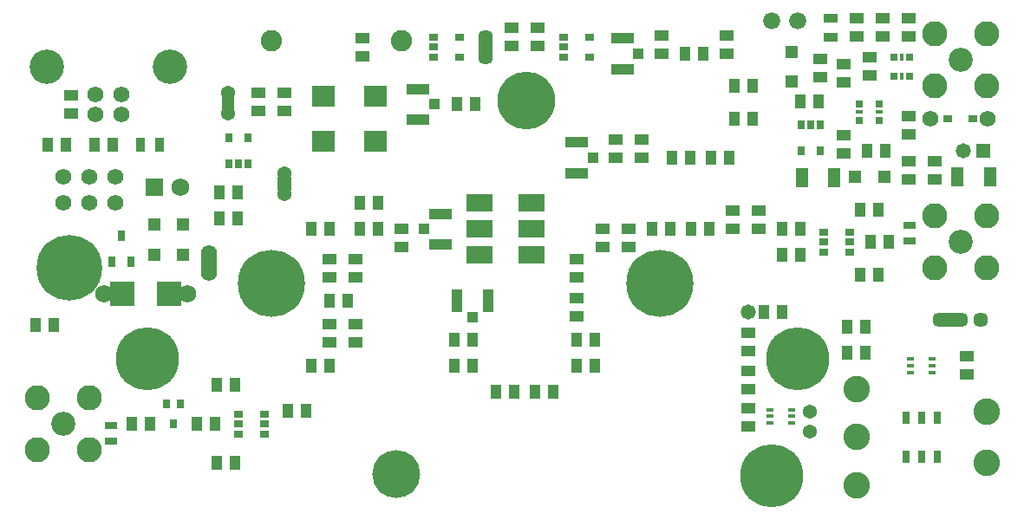
<source format=gts>
G04 (created by PCBNEW (2013-07-07 BZR 4022)-stable) date 3/2/2015 1:41:46 AM*
%MOIN*%
G04 Gerber Fmt 3.4, Leading zero omitted, Abs format*
%FSLAX34Y34*%
G01*
G70*
G90*
G04 APERTURE LIST*
%ADD10C,0.006*%
%ADD11C,0.062*%
%ADD12R,0.03X0.014*%
%ADD13R,0.092X0.092*%
%ADD14C,0.068*%
%ADD15R,0.057X0.042*%
%ADD16C,0.132*%
%ADD17R,0.0414X0.0433*%
%ADD18R,0.0886X0.0433*%
%ADD19R,0.062X0.062*%
%ADD20C,0.057*%
%ADD21R,0.062X0.052*%
%ADD22R,0.028X0.025*%
%ADD23R,0.028X0.018*%
%ADD24R,0.025X0.028*%
%ADD25R,0.018X0.028*%
%ADD26R,0.017748X0.028*%
%ADD27R,0.068X0.068*%
%ADD28R,0.037X0.026*%
%ADD29C,0.054*%
%ADD30R,0.047X0.062*%
%ADD31R,0.0886142X0.0807402*%
%ADD32R,0.052X0.052*%
%ADD33R,0.057X0.057*%
%ADD34R,0.058X0.058*%
%ADD35C,0.058*%
%ADD36R,0.026X0.037*%
%ADD37R,0.0492X0.0729*%
%ADD38C,0.257906*%
%ADD39C,0.222*%
%ADD40C,0.082*%
%ADD41C,0.184*%
%ADD42R,0.026X0.04*%
%ADD43C,0.242*%
%ADD44R,0.027X0.047*%
%ADD45C,0.097*%
%ADD46C,0.092*%
%ADD47R,0.0571X0.0374*%
%ADD48R,0.0571X0.037*%
%ADD49C,0.252*%
%ADD50R,0.0374X0.0571*%
%ADD51R,0.037X0.0571*%
%ADD52R,0.102X0.067*%
%ADD53C,0.066*%
%ADD54C,0.102*%
%ADD55R,0.042X0.057*%
%ADD56R,0.047X0.027*%
%ADD57R,0.0296X0.0374*%
%ADD58R,0.0492X0.0492*%
%ADD59R,0.0335X0.0256*%
%ADD60R,0.0433X0.0414*%
%ADD61R,0.0433X0.0886*%
G04 APERTURE END LIST*
G54D10*
G54D11*
X13750Y-18000D03*
X13750Y-17000D03*
X11750Y-17000D03*
X11750Y-18000D03*
X12750Y-17000D03*
X12750Y-18000D03*
G54D12*
X44336Y-23994D03*
X45164Y-23994D03*
X45164Y-24506D03*
X45164Y-24250D03*
X44336Y-24506D03*
X44336Y-24250D03*
G54D13*
X15825Y-21500D03*
X14025Y-21500D03*
G54D14*
X16525Y-21500D03*
X13325Y-21500D03*
G54D15*
X40850Y-12450D03*
X40850Y-13150D03*
G54D11*
X14000Y-14600D03*
X13000Y-14600D03*
X13000Y-13813D03*
X14000Y-13813D03*
G54D16*
X15862Y-12750D03*
X11138Y-12750D03*
G54D17*
X26020Y-14200D03*
G54D18*
X25400Y-13609D03*
X25400Y-14791D03*
G54D15*
X33000Y-16250D03*
X33000Y-15550D03*
G54D11*
X17350Y-20694D03*
X17350Y-19906D03*
G54D19*
X17350Y-20300D03*
G54D20*
X47037Y-22500D03*
X46250Y-22500D03*
X45463Y-22500D03*
G54D21*
X45850Y-22500D03*
G54D22*
X42375Y-14192D03*
X42375Y-14807D03*
G54D23*
X42375Y-14500D03*
X43124Y-14500D03*
G54D22*
X43124Y-14807D03*
X43124Y-14192D03*
G54D24*
X44307Y-12375D03*
X43692Y-12375D03*
G54D25*
X44000Y-12375D03*
G54D26*
X44000Y-13124D03*
G54D24*
X43692Y-13124D03*
X44307Y-13124D03*
G54D27*
X15250Y-17400D03*
G54D14*
X16250Y-17400D03*
G54D28*
X42000Y-19125D03*
X42000Y-19875D03*
X41000Y-19875D03*
X41000Y-19500D03*
X41000Y-19125D03*
X42000Y-19500D03*
G54D29*
X18100Y-14544D03*
X18100Y-13756D03*
G54D30*
X18100Y-14150D03*
G54D31*
X21750Y-13883D03*
X23750Y-13883D03*
X21750Y-15616D03*
X23750Y-15616D03*
G54D29*
X20250Y-17644D03*
X20250Y-16856D03*
G54D32*
X20250Y-17250D03*
G54D20*
X28000Y-12394D03*
X28000Y-11606D03*
G54D33*
X28000Y-12000D03*
G54D34*
X47144Y-16000D03*
G54D35*
X46356Y-16000D03*
G54D36*
X40875Y-16000D03*
X40125Y-16000D03*
X40125Y-15000D03*
X40500Y-15000D03*
X40875Y-15000D03*
G54D37*
X46120Y-17000D03*
X47380Y-17000D03*
X41405Y-17025D03*
X40145Y-17025D03*
G54D38*
X34710Y-21088D03*
G54D39*
X29564Y-14064D03*
G54D40*
X19750Y-11750D03*
X24750Y-11750D03*
G54D41*
X24564Y-28435D03*
G54D38*
X19750Y-21088D03*
G54D42*
X14375Y-20250D03*
X13625Y-20250D03*
X14000Y-19250D03*
G54D43*
X40000Y-24000D03*
G54D28*
X18500Y-26875D03*
X18500Y-26125D03*
X19500Y-26125D03*
X19500Y-26500D03*
X19500Y-26875D03*
X18500Y-26500D03*
G54D44*
X44750Y-26250D03*
X45350Y-26250D03*
X44150Y-26250D03*
G54D45*
X45250Y-13500D03*
X47250Y-11500D03*
X45250Y-11500D03*
G54D46*
X46250Y-12500D03*
G54D45*
X47250Y-13500D03*
X10750Y-27500D03*
X12750Y-27500D03*
X12750Y-25500D03*
G54D46*
X11750Y-26500D03*
G54D45*
X10750Y-25500D03*
X47250Y-18500D03*
X45250Y-18500D03*
X45250Y-20500D03*
G54D46*
X46250Y-19500D03*
G54D45*
X47250Y-20500D03*
G54D47*
X41250Y-10876D03*
G54D48*
X41250Y-11624D03*
G54D11*
X45100Y-14750D03*
G54D43*
X15000Y-24000D03*
G54D49*
X12000Y-20500D03*
G54D43*
X39000Y-28500D03*
G54D50*
X15474Y-15750D03*
G54D51*
X14726Y-15750D03*
G54D52*
X27750Y-18000D03*
X27750Y-19000D03*
X27750Y-20000D03*
X29750Y-20000D03*
X29750Y-19000D03*
X29750Y-18000D03*
G54D53*
X40000Y-11000D03*
X39000Y-11000D03*
G54D54*
X47250Y-27984D03*
X47250Y-26016D03*
X42250Y-28850D03*
X42250Y-27000D03*
X42250Y-25150D03*
G54D55*
X13650Y-15750D03*
X12950Y-15750D03*
X42800Y-19500D03*
X43500Y-19500D03*
X39400Y-19000D03*
X40100Y-19000D03*
X39400Y-20000D03*
X40100Y-20000D03*
X22000Y-24250D03*
X21300Y-24250D03*
G54D15*
X23000Y-20850D03*
X23000Y-20150D03*
G54D55*
X22000Y-19000D03*
X21300Y-19000D03*
X23150Y-19000D03*
X23850Y-19000D03*
G54D15*
X24750Y-19000D03*
X24750Y-19700D03*
X22000Y-22650D03*
X22000Y-23350D03*
G54D55*
X22000Y-21750D03*
X22700Y-21750D03*
X28400Y-25250D03*
X29100Y-25250D03*
X31500Y-23250D03*
X32200Y-23250D03*
X27500Y-24250D03*
X26800Y-24250D03*
G54D15*
X31500Y-22350D03*
X31500Y-21650D03*
G54D55*
X38250Y-14750D03*
X37550Y-14750D03*
X42650Y-16000D03*
X43350Y-16000D03*
G54D15*
X41750Y-16100D03*
X41750Y-15400D03*
G54D55*
X37350Y-16250D03*
X36650Y-16250D03*
G54D15*
X34000Y-16250D03*
X34000Y-15550D03*
G54D56*
X13600Y-26550D03*
X13600Y-27150D03*
G54D55*
X40100Y-14100D03*
X40800Y-14100D03*
G54D15*
X29000Y-11250D03*
X29000Y-11950D03*
G54D56*
X44300Y-19450D03*
X44300Y-18850D03*
G54D36*
X18125Y-15500D03*
X18875Y-15500D03*
X18875Y-16500D03*
X18500Y-16500D03*
X18125Y-16500D03*
G54D28*
X27000Y-11625D03*
X27000Y-12375D03*
X26000Y-12375D03*
X26000Y-12000D03*
X26000Y-11625D03*
X32000Y-11625D03*
X32000Y-12375D03*
X31000Y-12375D03*
X31000Y-12000D03*
X31000Y-11625D03*
G54D15*
X37500Y-19000D03*
X37500Y-18300D03*
G54D44*
X44750Y-27750D03*
X44150Y-27750D03*
X45350Y-27750D03*
G54D15*
X46500Y-23900D03*
X46500Y-24600D03*
X44250Y-17100D03*
X44250Y-16400D03*
G54D55*
X27500Y-23250D03*
X26800Y-23250D03*
X30600Y-25250D03*
X29900Y-25250D03*
G54D15*
X32500Y-19000D03*
X32500Y-19700D03*
X31500Y-20150D03*
X31500Y-20850D03*
G54D55*
X36600Y-19000D03*
X35900Y-19000D03*
G54D15*
X38500Y-19000D03*
X38500Y-18300D03*
G54D55*
X17750Y-17600D03*
X18450Y-17600D03*
X31500Y-24250D03*
X32200Y-24250D03*
G54D15*
X30000Y-11250D03*
X30000Y-11950D03*
X23250Y-11650D03*
X23250Y-12350D03*
G54D55*
X38250Y-13500D03*
X37550Y-13500D03*
X42600Y-22750D03*
X41900Y-22750D03*
X42600Y-23750D03*
X41900Y-23750D03*
X42400Y-20750D03*
X43100Y-20750D03*
X42400Y-18250D03*
X43100Y-18250D03*
X18350Y-25000D03*
X17650Y-25000D03*
X18350Y-28000D03*
X17650Y-28000D03*
X35150Y-16250D03*
X35850Y-16250D03*
X23850Y-18000D03*
X23150Y-18000D03*
X17750Y-18600D03*
X18450Y-18600D03*
G54D15*
X34750Y-11550D03*
X34750Y-12250D03*
X20250Y-13750D03*
X20250Y-14450D03*
X42250Y-10900D03*
X42250Y-11600D03*
X37250Y-11550D03*
X37250Y-12250D03*
G54D55*
X34400Y-19000D03*
X35100Y-19000D03*
G54D15*
X22000Y-20150D03*
X22000Y-20850D03*
X23000Y-23350D03*
X23000Y-22650D03*
X19250Y-13750D03*
X19250Y-14450D03*
X33500Y-19000D03*
X33500Y-19700D03*
G54D55*
X36350Y-12250D03*
X35650Y-12250D03*
G54D15*
X44250Y-10900D03*
X44250Y-11600D03*
X43250Y-11600D03*
X43250Y-10900D03*
G54D55*
X27600Y-14200D03*
X26900Y-14200D03*
X11850Y-15750D03*
X11150Y-15750D03*
G54D15*
X12050Y-14550D03*
X12050Y-13850D03*
X44250Y-15350D03*
X44250Y-14650D03*
X42750Y-12400D03*
X42750Y-13100D03*
X41750Y-13350D03*
X41750Y-12650D03*
G54D11*
X47300Y-14750D03*
G54D57*
X15744Y-25726D03*
X16256Y-25726D03*
X16000Y-26474D03*
G54D58*
X39750Y-13321D03*
X39750Y-12179D03*
X43321Y-17000D03*
X42179Y-17000D03*
X15250Y-19971D03*
X15250Y-18829D03*
G54D59*
X46742Y-14750D03*
X45758Y-14750D03*
G54D58*
X16350Y-19971D03*
X16350Y-18829D03*
G54D55*
X20400Y-26000D03*
X21100Y-26000D03*
X14400Y-26500D03*
X15100Y-26500D03*
X16900Y-26500D03*
X17600Y-26500D03*
G54D15*
X45250Y-16400D03*
X45250Y-17100D03*
X38100Y-25900D03*
X38100Y-26600D03*
G54D12*
X39764Y-26456D03*
X38936Y-26456D03*
X38936Y-25944D03*
X38936Y-26200D03*
X39764Y-25944D03*
X39764Y-26200D03*
G54D29*
X40450Y-26794D03*
X40450Y-26006D03*
G54D17*
X32120Y-16250D03*
G54D18*
X31500Y-15659D03*
X31500Y-16841D03*
G54D60*
X27500Y-22370D03*
G54D61*
X28091Y-21750D03*
X26909Y-21750D03*
G54D17*
X25630Y-19000D03*
G54D18*
X26250Y-19591D03*
X26250Y-18409D03*
G54D17*
X33870Y-12250D03*
G54D18*
X33250Y-11659D03*
X33250Y-12841D03*
G54D35*
X38100Y-22200D03*
G54D15*
X38100Y-23000D03*
X38100Y-23700D03*
G54D55*
X39400Y-22200D03*
X38700Y-22200D03*
X10700Y-22700D03*
X11400Y-22700D03*
G54D15*
X38100Y-24450D03*
X38100Y-25150D03*
M02*

</source>
